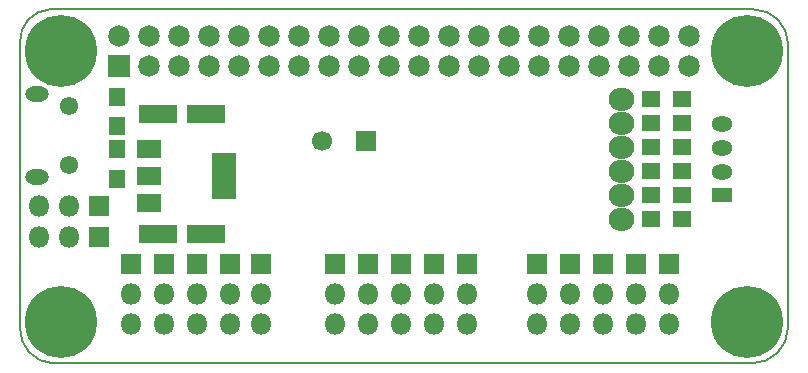
<source format=gbs>
%TF.GenerationSoftware,KiCad,Pcbnew,4.0.7*%
%TF.CreationDate,2018-07-08T22:20:32+02:00*%
%TF.ProjectId,Elemental-pHAT,456C656D656E74616C2D704841542E6B,rev?*%
%TF.FileFunction,Soldermask,Bot*%
%FSLAX46Y46*%
G04 Gerber Fmt 4.6, Leading zero omitted, Abs format (unit mm)*
G04 Created by KiCad (PCBNEW 4.0.7) date 07/08/18 22:20:32*
%MOMM*%
%LPD*%
G01*
G04 APERTURE LIST*
%ADD10C,0.127000*%
%ADD11C,0.150000*%
%ADD12C,6.100000*%
%ADD13C,2.850000*%
%ADD14R,1.827200X1.827200*%
%ADD15C,1.827200*%
%ADD16R,3.300000X1.600000*%
%ADD17R,1.350000X1.600000*%
%ADD18R,1.700000X1.700000*%
%ADD19C,1.700000*%
%ADD20R,1.800000X1.800000*%
%ADD21O,1.800000X1.800000*%
%ADD22C,1.550000*%
%ADD23O,2.000000X1.300000*%
%ADD24R,1.800000X1.300000*%
%ADD25O,1.800000X1.300000*%
%ADD26R,1.600000X1.400000*%
%ADD27R,2.100000X3.900000*%
%ADD28R,2.100000X1.600000*%
G04 APERTURE END LIST*
D10*
X111125000Y-118491000D02*
X170053000Y-118491000D01*
X110617000Y-88519000D02*
X111125000Y-88519000D01*
X110617000Y-88519000D02*
G75*
G03X108077000Y-91313000I127000J-2667000D01*
G01*
X108077000Y-115443000D02*
X108077000Y-91313000D01*
X111125000Y-118491000D02*
X110871000Y-118491000D01*
X108077000Y-115443000D02*
G75*
G03X110871000Y-118491000I2921000J-127000D01*
G01*
X170053000Y-118491000D02*
G75*
G03X173101000Y-115443000I0J3048000D01*
G01*
X173101000Y-91440000D02*
X173101000Y-115443000D01*
X173101000Y-91440000D02*
G75*
G03X170180000Y-88519000I-2921000J0D01*
G01*
X111125000Y-88519000D02*
X170180000Y-88519000D01*
D11*
X159131000Y-107188000D02*
X158877000Y-107188000D01*
X159131000Y-105410000D02*
X158877000Y-105410000D01*
X159004000Y-107188000D02*
X159004000Y-105410000D01*
X158115000Y-106616500D02*
X158115000Y-105918000D01*
X158369000Y-105600500D02*
X158369000Y-106997500D01*
X158496000Y-107061000D02*
X158496000Y-105537000D01*
X158623000Y-105473500D02*
X158623000Y-107124500D01*
X158750000Y-107124500D02*
X158750000Y-105473500D01*
X158877000Y-105410000D02*
X158877000Y-107188000D01*
X158877000Y-107188000D02*
G75*
G02X157988000Y-106299000I0J889000D01*
G01*
X157988000Y-106299000D02*
G75*
G02X158877000Y-105410000I889000J0D01*
G01*
X159893000Y-105918000D02*
X159893000Y-106680000D01*
X159639000Y-106997500D02*
X159639000Y-105600500D01*
X159512000Y-105537000D02*
X159512000Y-107061000D01*
X159385000Y-107124500D02*
X159385000Y-105473500D01*
X159258000Y-105473500D02*
X159258000Y-107124500D01*
X159131000Y-105410000D02*
X159131000Y-107188000D01*
X160020000Y-106299000D02*
G75*
G02X159131000Y-107188000I-889000J0D01*
G01*
X159131000Y-105410000D02*
G75*
G02X160020000Y-106299000I0J-889000D01*
G01*
X159131000Y-105156000D02*
X158877000Y-105156000D01*
X159131000Y-103378000D02*
X158877000Y-103378000D01*
X159004000Y-105156000D02*
X159004000Y-103378000D01*
X158115000Y-104584500D02*
X158115000Y-103886000D01*
X158369000Y-103568500D02*
X158369000Y-104965500D01*
X158496000Y-105029000D02*
X158496000Y-103505000D01*
X158623000Y-103441500D02*
X158623000Y-105092500D01*
X158750000Y-105092500D02*
X158750000Y-103441500D01*
X158877000Y-103378000D02*
X158877000Y-105156000D01*
X158877000Y-105156000D02*
G75*
G02X157988000Y-104267000I0J889000D01*
G01*
X157988000Y-104267000D02*
G75*
G02X158877000Y-103378000I889000J0D01*
G01*
X159893000Y-103886000D02*
X159893000Y-104648000D01*
X159639000Y-104965500D02*
X159639000Y-103568500D01*
X159512000Y-103505000D02*
X159512000Y-105029000D01*
X159385000Y-105092500D02*
X159385000Y-103441500D01*
X159258000Y-103441500D02*
X159258000Y-105092500D01*
X159131000Y-103378000D02*
X159131000Y-105156000D01*
X160020000Y-104267000D02*
G75*
G02X159131000Y-105156000I-889000J0D01*
G01*
X159131000Y-103378000D02*
G75*
G02X160020000Y-104267000I0J-889000D01*
G01*
X159131000Y-103124000D02*
X158877000Y-103124000D01*
X159131000Y-101346000D02*
X158877000Y-101346000D01*
X159004000Y-103124000D02*
X159004000Y-101346000D01*
X158115000Y-102552500D02*
X158115000Y-101854000D01*
X158369000Y-101536500D02*
X158369000Y-102933500D01*
X158496000Y-102997000D02*
X158496000Y-101473000D01*
X158623000Y-101409500D02*
X158623000Y-103060500D01*
X158750000Y-103060500D02*
X158750000Y-101409500D01*
X158877000Y-101346000D02*
X158877000Y-103124000D01*
X158877000Y-103124000D02*
G75*
G02X157988000Y-102235000I0J889000D01*
G01*
X157988000Y-102235000D02*
G75*
G02X158877000Y-101346000I889000J0D01*
G01*
X159893000Y-101854000D02*
X159893000Y-102616000D01*
X159639000Y-102933500D02*
X159639000Y-101536500D01*
X159512000Y-101473000D02*
X159512000Y-102997000D01*
X159385000Y-103060500D02*
X159385000Y-101409500D01*
X159258000Y-101409500D02*
X159258000Y-103060500D01*
X159131000Y-101346000D02*
X159131000Y-103124000D01*
X160020000Y-102235000D02*
G75*
G02X159131000Y-103124000I-889000J0D01*
G01*
X159131000Y-101346000D02*
G75*
G02X160020000Y-102235000I0J-889000D01*
G01*
X159131000Y-101092000D02*
X158877000Y-101092000D01*
X159131000Y-99314000D02*
X158877000Y-99314000D01*
X159004000Y-101092000D02*
X159004000Y-99314000D01*
X158115000Y-100520500D02*
X158115000Y-99822000D01*
X158369000Y-99504500D02*
X158369000Y-100901500D01*
X158496000Y-100965000D02*
X158496000Y-99441000D01*
X158623000Y-99377500D02*
X158623000Y-101028500D01*
X158750000Y-101028500D02*
X158750000Y-99377500D01*
X158877000Y-99314000D02*
X158877000Y-101092000D01*
X158877000Y-101092000D02*
G75*
G02X157988000Y-100203000I0J889000D01*
G01*
X157988000Y-100203000D02*
G75*
G02X158877000Y-99314000I889000J0D01*
G01*
X159893000Y-99822000D02*
X159893000Y-100584000D01*
X159639000Y-100901500D02*
X159639000Y-99504500D01*
X159512000Y-99441000D02*
X159512000Y-100965000D01*
X159385000Y-101028500D02*
X159385000Y-99377500D01*
X159258000Y-99377500D02*
X159258000Y-101028500D01*
X159131000Y-99314000D02*
X159131000Y-101092000D01*
X160020000Y-100203000D02*
G75*
G02X159131000Y-101092000I-889000J0D01*
G01*
X159131000Y-99314000D02*
G75*
G02X160020000Y-100203000I0J-889000D01*
G01*
X159131000Y-99060000D02*
X158877000Y-99060000D01*
X159131000Y-97282000D02*
X158877000Y-97282000D01*
X159004000Y-99060000D02*
X159004000Y-97282000D01*
X158115000Y-98488500D02*
X158115000Y-97790000D01*
X158369000Y-97472500D02*
X158369000Y-98869500D01*
X158496000Y-98933000D02*
X158496000Y-97409000D01*
X158623000Y-97345500D02*
X158623000Y-98996500D01*
X158750000Y-98996500D02*
X158750000Y-97345500D01*
X158877000Y-97282000D02*
X158877000Y-99060000D01*
X158877000Y-99060000D02*
G75*
G02X157988000Y-98171000I0J889000D01*
G01*
X157988000Y-98171000D02*
G75*
G02X158877000Y-97282000I889000J0D01*
G01*
X159893000Y-97790000D02*
X159893000Y-98552000D01*
X159639000Y-98869500D02*
X159639000Y-97472500D01*
X159512000Y-97409000D02*
X159512000Y-98933000D01*
X159385000Y-98996500D02*
X159385000Y-97345500D01*
X159258000Y-97345500D02*
X159258000Y-98996500D01*
X159131000Y-97282000D02*
X159131000Y-99060000D01*
X160020000Y-98171000D02*
G75*
G02X159131000Y-99060000I-889000J0D01*
G01*
X159131000Y-97282000D02*
G75*
G02X160020000Y-98171000I0J-889000D01*
G01*
X159131000Y-97028000D02*
X158877000Y-97028000D01*
X159131000Y-95250000D02*
X158877000Y-95250000D01*
X159004000Y-97028000D02*
X159004000Y-95250000D01*
X158115000Y-96456500D02*
X158115000Y-95758000D01*
X158369000Y-95440500D02*
X158369000Y-96837500D01*
X158496000Y-96901000D02*
X158496000Y-95377000D01*
X158623000Y-95313500D02*
X158623000Y-96964500D01*
X158750000Y-96964500D02*
X158750000Y-95313500D01*
X158877000Y-95250000D02*
X158877000Y-97028000D01*
X158877000Y-97028000D02*
G75*
G02X157988000Y-96139000I0J889000D01*
G01*
X157988000Y-96139000D02*
G75*
G02X158877000Y-95250000I889000J0D01*
G01*
X159893000Y-95758000D02*
X159893000Y-96520000D01*
X159639000Y-96837500D02*
X159639000Y-95440500D01*
X159512000Y-95377000D02*
X159512000Y-96901000D01*
X159385000Y-96964500D02*
X159385000Y-95313500D01*
X159258000Y-95313500D02*
X159258000Y-96964500D01*
X159131000Y-95250000D02*
X159131000Y-97028000D01*
X160020000Y-96139000D02*
G75*
G02X159131000Y-97028000I-889000J0D01*
G01*
X159131000Y-95250000D02*
G75*
G02X160020000Y-96139000I0J-889000D01*
G01*
D12*
X169589000Y-92005000D03*
X169589000Y-115005000D03*
X111589000Y-92005000D03*
D13*
X111589000Y-115005000D03*
X169589000Y-92005000D03*
X111589000Y-92005000D03*
X169589000Y-115005000D03*
D14*
X116459000Y-93275000D03*
D15*
X116459000Y-90735000D03*
X118999000Y-93275000D03*
X118999000Y-90735000D03*
X121539000Y-93275000D03*
X121539000Y-90735000D03*
X124079000Y-93275000D03*
X124079000Y-90735000D03*
X126619000Y-93275000D03*
X126619000Y-90735000D03*
X129159000Y-93275000D03*
X129159000Y-90735000D03*
X131699000Y-93275000D03*
X131699000Y-90735000D03*
X134239000Y-93275000D03*
X134239000Y-90735000D03*
X136779000Y-93275000D03*
X136779000Y-90735000D03*
X139319000Y-93275000D03*
X139319000Y-90735000D03*
X141859000Y-93275000D03*
X141859000Y-90735000D03*
X144399000Y-93275000D03*
X144399000Y-90735000D03*
X146939000Y-93275000D03*
X146939000Y-90735000D03*
X149479000Y-93275000D03*
X149479000Y-90735000D03*
X152019000Y-93275000D03*
X152019000Y-90735000D03*
X154559000Y-93275000D03*
X154559000Y-90735000D03*
X157099000Y-93275000D03*
X157099000Y-90735000D03*
X159639000Y-93275000D03*
X159639000Y-90735000D03*
X162179000Y-93275000D03*
X162179000Y-90735000D03*
X164719000Y-93275000D03*
X164719000Y-90735000D03*
D12*
X111589000Y-115005000D03*
D16*
X119793000Y-97409000D03*
X123793000Y-97409000D03*
D17*
X116332000Y-95905000D03*
X116332000Y-98405000D03*
X116332000Y-102850000D03*
X116332000Y-100350000D03*
D16*
X119793000Y-107569000D03*
X123793000Y-107569000D03*
D18*
X137414000Y-99695000D03*
D19*
X133614000Y-99695000D03*
D20*
X151892000Y-110109000D03*
D21*
X151892000Y-112649000D03*
X151892000Y-115189000D03*
D20*
X134747000Y-110109000D03*
D21*
X134747000Y-112649000D03*
X134747000Y-115189000D03*
D20*
X117475000Y-110109000D03*
D21*
X117475000Y-112649000D03*
X117475000Y-115189000D03*
D20*
X154686000Y-110109000D03*
D21*
X154686000Y-112649000D03*
X154686000Y-115189000D03*
D20*
X137541000Y-110109000D03*
D21*
X137541000Y-112649000D03*
X137541000Y-115189000D03*
D20*
X120269000Y-110109000D03*
D21*
X120269000Y-112649000D03*
X120269000Y-115189000D03*
D20*
X157480000Y-110109000D03*
D21*
X157480000Y-112649000D03*
X157480000Y-115189000D03*
D20*
X140335000Y-110109000D03*
D21*
X140335000Y-112649000D03*
X140335000Y-115189000D03*
D20*
X123063000Y-110109000D03*
D21*
X123063000Y-112649000D03*
X123063000Y-115189000D03*
D22*
X112205000Y-96687000D03*
X112205000Y-101687000D03*
D23*
X109505000Y-95687000D03*
X109505000Y-102687000D03*
D20*
X160274000Y-110109000D03*
D21*
X160274000Y-112649000D03*
X160274000Y-115189000D03*
D20*
X143129000Y-110109000D03*
D21*
X143129000Y-112649000D03*
X143129000Y-115189000D03*
D20*
X125857000Y-110109000D03*
D21*
X125857000Y-112649000D03*
X125857000Y-115189000D03*
D20*
X114808000Y-107823000D03*
D21*
X112268000Y-107823000D03*
X109728000Y-107823000D03*
D20*
X163068000Y-110109000D03*
D21*
X163068000Y-112649000D03*
X163068000Y-115189000D03*
D20*
X145923000Y-110109000D03*
D21*
X145923000Y-112649000D03*
X145923000Y-115189000D03*
D20*
X128524000Y-110109000D03*
D21*
X128524000Y-112649000D03*
X128524000Y-115189000D03*
D20*
X114808000Y-105156000D03*
D21*
X112268000Y-105156000D03*
X109728000Y-105156000D03*
D24*
X167513000Y-104267000D03*
D25*
X167513000Y-102267000D03*
X167513000Y-100267000D03*
X167513000Y-98267000D03*
D10*
G36*
X159104000Y-106949000D02*
X159104000Y-105649000D01*
X159904000Y-105749000D01*
X159904000Y-106849000D01*
X159104000Y-106949000D01*
X159104000Y-106949000D01*
G37*
G36*
X158904000Y-105649000D02*
X158904000Y-106949000D01*
X158104000Y-106849000D01*
X158104000Y-105749000D01*
X158904000Y-105649000D01*
X158904000Y-105649000D01*
G37*
G36*
X159104000Y-104917000D02*
X159104000Y-103617000D01*
X159904000Y-103717000D01*
X159904000Y-104817000D01*
X159104000Y-104917000D01*
X159104000Y-104917000D01*
G37*
G36*
X158904000Y-103617000D02*
X158904000Y-104917000D01*
X158104000Y-104817000D01*
X158104000Y-103717000D01*
X158904000Y-103617000D01*
X158904000Y-103617000D01*
G37*
G36*
X159104000Y-102885000D02*
X159104000Y-101585000D01*
X159904000Y-101685000D01*
X159904000Y-102785000D01*
X159104000Y-102885000D01*
X159104000Y-102885000D01*
G37*
G36*
X158904000Y-101585000D02*
X158904000Y-102885000D01*
X158104000Y-102785000D01*
X158104000Y-101685000D01*
X158904000Y-101585000D01*
X158904000Y-101585000D01*
G37*
G36*
X159104000Y-100853000D02*
X159104000Y-99553000D01*
X159904000Y-99653000D01*
X159904000Y-100753000D01*
X159104000Y-100853000D01*
X159104000Y-100853000D01*
G37*
G36*
X158904000Y-99553000D02*
X158904000Y-100853000D01*
X158104000Y-100753000D01*
X158104000Y-99653000D01*
X158904000Y-99553000D01*
X158904000Y-99553000D01*
G37*
G36*
X159104000Y-98821000D02*
X159104000Y-97521000D01*
X159904000Y-97621000D01*
X159904000Y-98721000D01*
X159104000Y-98821000D01*
X159104000Y-98821000D01*
G37*
G36*
X158904000Y-97521000D02*
X158904000Y-98821000D01*
X158104000Y-98721000D01*
X158104000Y-97621000D01*
X158904000Y-97521000D01*
X158904000Y-97521000D01*
G37*
G36*
X159104000Y-96789000D02*
X159104000Y-95489000D01*
X159904000Y-95589000D01*
X159904000Y-96689000D01*
X159104000Y-96789000D01*
X159104000Y-96789000D01*
G37*
G36*
X158904000Y-95489000D02*
X158904000Y-96789000D01*
X158104000Y-96689000D01*
X158104000Y-95589000D01*
X158904000Y-95489000D01*
X158904000Y-95489000D01*
G37*
D26*
X161464000Y-106299000D03*
X164164000Y-106299000D03*
X161464000Y-104267000D03*
X164164000Y-104267000D03*
X161464000Y-102235000D03*
X164164000Y-102235000D03*
X161464000Y-100203000D03*
X164164000Y-100203000D03*
X161464000Y-98171000D03*
X164164000Y-98171000D03*
X161464000Y-96139000D03*
X164164000Y-96139000D03*
D27*
X125324000Y-102616000D03*
D28*
X119024000Y-102616000D03*
X119024000Y-100316000D03*
X119024000Y-104916000D03*
M02*

</source>
